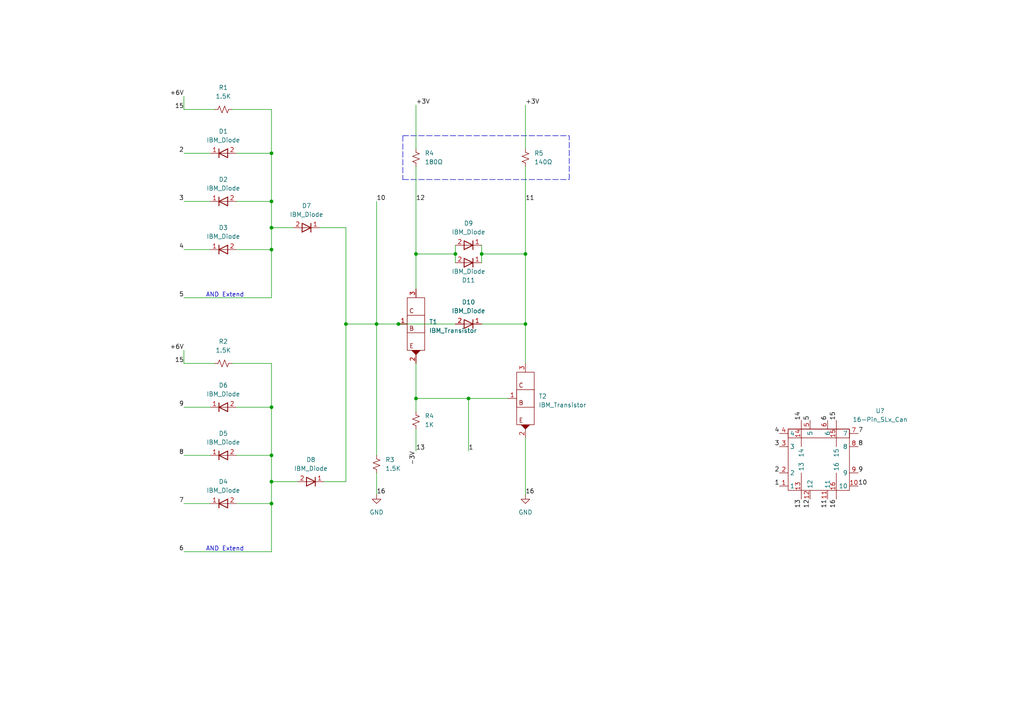
<source format=kicad_sch>
(kicad_sch (version 20211123) (generator eeschema)
  (paper "A4")
  (lib_symbols
    (symbol "Device:R_Small_US" (pin_numbers hide) (pin_names (offset 0.254) hide)
      (property "Reference" "R" (at 0.762 0.508 0))
      (property "Value" "R_Small_US" (at 0.762 -1.016 0))
      (symbol "R_Small_US_1_1"
        (polyline (pts (xy 0 0) (xy 1.016 -0.381) (xy 0 -0.762) (xy -1.016 -1.143) (xy 0 -1.524)))
        (polyline (pts (xy 0 1.524) (xy 1.016 1.143) (xy 0 0.762) (xy -1.016 0.381) (xy 0 0)))
        (pin passive line (at 0 2.54 270) (length 1.016) (name "~") (number "1"))
        (pin passive line (at 0 -2.54 90) (length 1.016) (name "~") (number "2"))
      )
    )
    (symbol "IBM_SLT-SLD:16-Pin_SLx_Can"
      (property "Reference" "U" (at 0 -2.54 0))
      (property "Value" "16-Pin_SLx_Can" (at 0 0 0))
      (symbol "16-Pin_SLx_Can_0_1"
        (rectangle (start -8.89 8.89) (end 8.89 -8.89))
        (rectangle (start -8.89 8.89) (end 8.89 6.35))
      )
      (symbol "16-Pin_SLx_Can_1_1"
        (pin passive line (at -11.43 -7.62 0) (length 2.54) (name "1") (number "1"))
        (pin passive line (at 11.43 -7.62 180) (length 2.54) (name "10") (number "10"))
        (pin passive line (at 2.54 -11.43 90) (length 2.54) (name "11") (number "11"))
        (pin passive line (at -2.54 -11.43 90) (length 2.54) (name "12") (number "12"))
        (pin passive line (at -5.08 -11.43 90) (length 7.62) (name "13") (number "13"))
        (pin passive line (at -5.08 11.43 270) (length 7.62) (name "14") (number "14"))
        (pin passive line (at 5.08 11.43 270) (length 7.62) (name "15") (number "15"))
        (pin passive line (at 5.08 -11.43 90) (length 7.62) (name "16") (number "16"))
        (pin passive line (at -11.43 -3.81 0) (length 2.54) (name "2") (number "2"))
        (pin passive line (at -11.43 3.81 0) (length 2.54) (name "3") (number "3"))
        (pin passive line (at -11.43 7.62 0) (length 2.54) (name "4") (number "4"))
        (pin passive line (at -2.54 11.43 270) (length 2.54) (name "5") (number "5"))
        (pin passive line (at 2.54 11.43 270) (length 2.54) (name "6") (number "6"))
        (pin passive line (at 11.43 7.62 180) (length 2.54) (name "7") (number "7"))
        (pin passive line (at 11.43 3.81 180) (length 2.54) (name "8") (number "8"))
        (pin passive line (at 11.43 -3.81 180) (length 2.54) (name "9") (number "9"))
      )
    )
    (symbol "IBM_SLT-SLD:IBM_Diode"
      (property "Reference" "D" (at 0 5.08 0))
      (property "Value" "IBM_Diode" (at 0 2.54 0))
      (symbol "IBM_Diode_0_1"
        (polyline (pts (xy -1.27 1.27) (xy -1.27 -1.27)) (stroke (width 0.254)))
        (polyline (pts (xy 1.27 0) (xy -1.27 0)))
        (polyline (pts (xy 1.27 1.27) (xy 1.27 -1.27) (xy -1.27 0) (xy 1.27 1.27)) (stroke (width 0.254)))
      )
      (symbol "IBM_Diode_1_1"
        (pin passive line (at -3.81 0 0) (length 2.54) (name "K") (number "1"))
        (pin passive line (at 3.81 0 180) (length 2.54) (name "A") (number "2"))
      )
    )
    (symbol "IBM_SLT-SLD:IBM_Transistor"
      (property "Reference" "T" (at 0 5.08 0))
      (property "Value" "IBM_Transistor" (at 7.62 8.89 0))
      (symbol "IBM_Transistor_0_0"
        (text "B" (at -1.27 -1.27 0) (effects (font (size 1.27 1.27))))
        (text "C" (at -1.27 3.81 0) (effects (font (size 1.27 1.27))))
        (text "E" (at -1.27 -6.35 0) (effects (font (size 1.27 1.27))))
      )
      (symbol "IBM_Transistor_0_1"
        (rectangle (start -2.54 2.54) (end 2.54 -2.54))
        (rectangle (start -2.54 7.62) (end 2.54 -7.62))
        (polyline (pts (xy -1.27 -7.62) (xy 0 -8.89) (xy 1.27 -7.62)) (fill (type outline)))
      )
      (symbol "IBM_Transistor_1_1"
        (pin passive line (at -5.08 0 0) (length 2.54) (name "B") (number "1"))
        (pin passive line (at 0 -11.43 90) (length 2.54) (name "E") (number "2"))
        (pin passive line (at 0 10.16 270) (length 2.54) (name "C") (number "3"))
      )
    )
    (symbol "power:GND" (power) (pin_names (offset 0))
      (property "Value" "GND" (at 0 -3.81 0))
      (symbol "GND_0_1"
        (polyline (pts (xy 0 0) (xy 0 -1.27) (xy 1.27 -1.27) (xy 0 -2.54) (xy -1.27 -1.27) (xy 0 -1.27)))
      )
      (symbol "GND_1_1"
        (pin power_in line (at 0 0 270) (length 0) hide (name "GND") (number "1"))
      )
    )
  )
  (junction (at 78.74 132.08))
  (junction (at 139.7 73.66))
  (junction (at 78.74 72.39))
  (junction (at 100.33 93.98))
  (junction (at 78.74 58.42))
  (junction (at 78.74 118.11))
  (junction (at 135.89 115.57))
  (junction (at 109.22 93.98))
  (junction (at 120.65 73.66))
  (junction (at 152.4 93.98))
  (junction (at 132.08 73.66))
  (junction (at 78.74 139.7))
  (junction (at 78.74 44.45))
  (junction (at 152.4 73.66))
  (junction (at 120.65 115.57))
  (junction (at 78.74 66.04))
  (junction (at 115.57 93.98))
  (junction (at 78.74 146.05))
  (wire (pts (xy 120.65 73.66) (xy 120.65 83.82)))
  (wire (pts (xy 78.74 58.42) (xy 78.74 66.04)))
  (wire (pts (xy 78.74 31.75) (xy 78.74 44.45)))
  (wire (pts (xy 78.74 146.05) (xy 78.74 160.02)))
  (wire (pts (xy 53.34 58.42) (xy 60.96 58.42)))
  (wire (pts (xy 78.74 44.45) (xy 78.74 58.42)))
  (wire (pts (xy 78.74 132.08) (xy 68.58 132.08)))
  (wire (pts (xy 78.74 132.08) (xy 78.74 139.7)))
  (polyline (pts (xy 116.84 52.07) (xy 165.1 52.07)))
  (wire (pts (xy 78.74 66.04) (xy 78.74 72.39)))
  (wire (pts (xy 152.4 30.48) (xy 152.4 43.18)))
  (wire (pts (xy 132.08 71.12) (xy 132.08 73.66)))
  (wire (pts (xy 139.7 73.66) (xy 139.7 76.2)))
  (wire (pts (xy 120.65 115.57) (xy 120.65 119.38)))
  (wire (pts (xy 120.65 48.26) (xy 120.65 73.66)))
  (wire (pts (xy 53.34 101.6) (xy 53.34 105.41)))
  (wire (pts (xy 120.65 124.46) (xy 120.65 130.81)))
  (wire (pts (xy 152.4 73.66) (xy 139.7 73.66)))
  (wire (pts (xy 53.34 27.94) (xy 53.34 31.75)))
  (wire (pts (xy 53.34 105.41) (xy 62.23 105.41)))
  (wire (pts (xy 78.74 44.45) (xy 68.58 44.45)))
  (wire (pts (xy 78.74 105.41) (xy 78.74 118.11)))
  (wire (pts (xy 152.4 93.98) (xy 152.4 105.41)))
  (wire (pts (xy 53.34 31.75) (xy 62.23 31.75)))
  (wire (pts (xy 78.74 139.7) (xy 78.74 146.05)))
  (polyline (pts (xy 165.1 52.07) (xy 165.1 39.37)))
  (wire (pts (xy 78.74 139.7) (xy 86.36 139.7)))
  (polyline (pts (xy 116.84 39.37) (xy 116.84 52.07)))
  (wire (pts (xy 78.74 66.04) (xy 85.09 66.04)))
  (wire (pts (xy 109.22 137.16) (xy 109.22 143.51)))
  (wire (pts (xy 53.34 160.02) (xy 78.74 160.02)))
  (wire (pts (xy 53.34 72.39) (xy 60.96 72.39)))
  (wire (pts (xy 115.57 93.98) (xy 132.08 93.98)))
  (wire (pts (xy 152.4 73.66) (xy 152.4 93.98)))
  (wire (pts (xy 100.33 139.7) (xy 100.33 93.98)))
  (wire (pts (xy 53.34 132.08) (xy 60.96 132.08)))
  (wire (pts (xy 78.74 58.42) (xy 68.58 58.42)))
  (wire (pts (xy 132.08 73.66) (xy 120.65 73.66)))
  (wire (pts (xy 67.31 31.75) (xy 78.74 31.75)))
  (wire (pts (xy 53.34 44.45) (xy 60.96 44.45)))
  (wire (pts (xy 53.34 86.36) (xy 78.74 86.36)))
  (wire (pts (xy 93.98 139.7) (xy 100.33 139.7)))
  (wire (pts (xy 152.4 48.26) (xy 152.4 73.66)))
  (wire (pts (xy 109.22 93.98) (xy 115.57 93.98)))
  (wire (pts (xy 152.4 127) (xy 152.4 143.51)))
  (wire (pts (xy 78.74 118.11) (xy 78.74 132.08)))
  (wire (pts (xy 139.7 93.98) (xy 152.4 93.98)))
  (wire (pts (xy 109.22 93.98) (xy 109.22 132.08)))
  (wire (pts (xy 100.33 66.04) (xy 92.71 66.04)))
  (polyline (pts (xy 116.84 39.37) (xy 165.1 39.37)))
  (wire (pts (xy 139.7 71.12) (xy 139.7 73.66)))
  (wire (pts (xy 68.58 146.05) (xy 78.74 146.05)))
  (wire (pts (xy 135.89 130.81) (xy 135.89 115.57)))
  (wire (pts (xy 53.34 118.11) (xy 60.96 118.11)))
  (wire (pts (xy 120.65 105.41) (xy 120.65 115.57)))
  (wire (pts (xy 135.89 115.57) (xy 147.32 115.57)))
  (wire (pts (xy 53.34 146.05) (xy 60.96 146.05)))
  (wire (pts (xy 67.31 105.41) (xy 78.74 105.41)))
  (wire (pts (xy 100.33 93.98) (xy 109.22 93.98)))
  (wire (pts (xy 135.89 115.57) (xy 120.65 115.57)))
  (wire (pts (xy 120.65 30.48) (xy 120.65 43.18)))
  (wire (pts (xy 100.33 66.04) (xy 100.33 93.98)))
  (wire (pts (xy 109.22 58.42) (xy 109.22 93.98)))
  (wire (pts (xy 68.58 72.39) (xy 78.74 72.39)))
  (wire (pts (xy 132.08 73.66) (xy 132.08 76.2)))
  (wire (pts (xy 78.74 118.11) (xy 68.58 118.11)))
  (wire (pts (xy 78.74 72.39) (xy 78.74 86.36)))
  (text "AND Extend" (at 59.69 160.02 0) (effects (font (size 1.27 1.27)) (justify left bottom)))
  (text "AND Extend" (at 59.69 86.36 0) (effects (font (size 1.27 1.27)) (justify left bottom)))
  (label "8" (at 53.34 132.08 180))
  (label "16" (at 242.57 144.78 270))
  (label "9" (at 248.92 137.16 0))
  (label "7" (at 248.92 125.73 0))
  (label "14" (at 232.41 121.92 90))
  (label "15" (at 53.34 105.41 180))
  (label "5" (at 53.34 86.36 180))
  (label "+6V" (at 53.34 27.94 180))
  (label "15" (at 242.57 121.92 90))
  (label "10" (at 109.22 58.42 0))
  (label "15" (at 53.34 31.75 180))
  (label "5" (at 234.95 121.92 90))
  (label "11" (at 240.03 144.78 270))
  (label "+3V" (at 120.65 30.48 0))
  (label "12" (at 120.65 58.42 0))
  (label "16" (at 152.4 143.51 0))
  (label "2" (at 53.34 44.45 180))
  (label "6" (at 53.34 160.02 180))
  (label "4" (at 226.06 125.73 180))
  (label "10" (at 248.92 140.97 0))
  (label "11" (at 152.4 58.42 0))
  (label "3" (at 226.06 129.54 180))
  (label "13" (at 232.41 144.78 270))
  (label "8" (at 248.92 129.54 0))
  (label "16" (at 109.22 143.51 0))
  (label "1" (at 226.06 140.97 180))
  (label "+6V" (at 53.34 101.6 180))
  (label "1" (at 135.89 130.81 0))
  (label "12" (at 234.95 144.78 270))
  (label "4" (at 53.34 72.39 180))
  (label "3" (at 53.34 58.42 180))
  (label "2" (at 226.06 137.16 180))
  (label "+3V" (at 152.4 30.48 0))
  (label "9" (at 53.34 118.11 180))
  (label "6" (at 240.03 121.92 90))
  (label "13" (at 120.65 130.81 0))
  (label "-3V" (at 120.65 130.81 270))
  (label "7" (at 53.34 146.05 180))
  (symbol (lib_id "IBM_SLT-SLD:IBM_Diode") (at 135.89 76.2 180) (unit 1)
    (property "Reference" "D11" (at 135.89 81.28 0))
    (property "Value" "IBM_Diode" (at 135.89 78.74 0))
    (property "Footprint" "Diode_SMD:D_0201_0603Metric" (effects hide))
  )
  (symbol (lib_id "power:GND") (at 152.4 143.51 0) (unit 1)
    (property "Reference" "#PWR0102" (effects hide))
    (property "Value" "GND" (at 152.4 148.59 0))
  )
  (symbol (lib_id "IBM_SLT-SLD:IBM_Diode") (at 64.77 146.05 0) (unit 1)
    (property "Reference" "D4" (at 64.77 139.7 0))
    (property "Value" "IBM_Diode" (at 64.77 142.24 0))
    (property "Footprint" "Diode_SMD:D_0201_0603Metric" (effects hide))
  )
  (symbol (lib_id "Device:R_Small_US") (at 64.77 31.75 90) (unit 1)
    (property "Reference" "R1" (at 64.77 25.4 90))
    (property "Value" "1.5K" (at 64.77 27.94 90))
    (property "Footprint" "Resistor_SMD:R_0201_0603Metric" (effects hide))
  )
  (symbol (lib_id "IBM_SLT-SLD:IBM_Transistor") (at 152.4 115.57 0) (unit 1)
    (property "Reference" "T2" (at 156.21 114.9349 0) (effects (justify left)))
    (property "Value" "IBM_Transistor" (at 156.21 117.4749 0) (effects (justify left)))
  )
  (symbol (lib_id "IBM_SLT-SLD:IBM_Diode") (at 64.77 132.08 0) (unit 1)
    (property "Reference" "D5" (at 64.77 125.73 0))
    (property "Value" "IBM_Diode" (at 64.77 128.27 0))
    (property "Footprint" "Diode_SMD:D_0201_0603Metric" (effects hide))
  )
  (symbol (lib_id "IBM_SLT-SLD:IBM_Diode") (at 88.9 66.04 180) (unit 1)
    (property "Reference" "D7" (at 88.9 59.69 0))
    (property "Value" "IBM_Diode" (at 88.9 62.23 0))
    (property "Footprint" "Diode_SMD:D_0201_0603Metric" (effects hide))
  )
  (symbol (lib_id "IBM_SLT-SLD:IBM_Diode") (at 90.17 139.7 180) (unit 1)
    (property "Reference" "D8" (at 90.17 133.35 0))
    (property "Value" "IBM_Diode" (at 90.17 135.89 0))
    (property "Footprint" "Diode_SMD:D_0201_0603Metric" (effects hide))
  )
  (symbol (lib_id "power:GND") (at 109.22 143.51 0) (unit 1)
    (property "Reference" "#PWR?" (effects hide))
    (property "Value" "GND" (at 109.22 148.59 0))
  )
  (symbol (lib_id "Device:R_Small_US") (at 64.77 105.41 90) (unit 1)
    (property "Reference" "R2" (at 64.77 99.06 90))
    (property "Value" "1.5K" (at 64.77 101.6 90))
    (property "Footprint" "Resistor_SMD:R_0201_0603Metric" (effects hide))
  )
  (symbol (lib_id "IBM_SLT-SLD:IBM_Diode") (at 64.77 44.45 0) (unit 1)
    (property "Reference" "D1" (at 64.77 38.1 0))
    (property "Value" "IBM_Diode" (at 64.77 40.64 0))
    (property "Footprint" "Diode_SMD:D_0201_0603Metric" (effects hide))
  )
  (symbol (lib_id "Device:R_Small_US") (at 152.4 45.72 0) (unit 1)
    (property "Reference" "R5" (at 154.94 44.4499 0) (effects (justify left)))
    (property "Value" "140Ω" (at 154.94 46.9899 0) (effects (justify left)))
  )
  (symbol (lib_id "IBM_SLT-SLD:IBM_Diode") (at 64.77 118.11 0) (unit 1)
    (property "Reference" "D6" (at 64.77 111.76 0))
    (property "Value" "IBM_Diode" (at 64.77 114.3 0))
    (property "Footprint" "Diode_SMD:D_0201_0603Metric" (effects hide))
  )
  (symbol (lib_id "IBM_SLT-SLD:16-Pin_SLx_Can") (at 237.49 133.35 0) (unit 1)
    (property "Reference" "U?" (at 255.27 119.1512 0))
    (property "Value" "16-Pin_SLx_Can" (at 255.27 121.6912 0))
  )
  (symbol (lib_id "IBM_SLT-SLD:IBM_Transistor") (at 120.65 93.98 0) (unit 1)
    (property "Reference" "T1" (at 124.46 93.3449 0) (effects (justify left)))
    (property "Value" "IBM_Transistor" (at 124.46 95.8849 0) (effects (justify left)))
  )
  (symbol (lib_id "IBM_SLT-SLD:IBM_Diode") (at 64.77 58.42 0) (unit 1)
    (property "Reference" "D2" (at 64.77 52.07 0))
    (property "Value" "IBM_Diode" (at 64.77 54.61 0))
    (property "Footprint" "Diode_SMD:D_0201_0603Metric" (effects hide))
  )
  (symbol (lib_id "Device:R_Small_US") (at 109.22 134.62 180) (unit 1)
    (property "Reference" "R3" (at 111.76 133.3499 0) (effects (justify right)))
    (property "Value" "1.5K" (at 111.76 135.8899 0) (effects (justify right)))
    (property "Footprint" "Resistor_SMD:R_0201_0603Metric" (effects hide))
  )
  (symbol (lib_id "IBM_SLT-SLD:IBM_Diode") (at 135.89 71.12 180) (unit 1)
    (property "Reference" "D9" (at 135.89 64.77 0))
    (property "Value" "IBM_Diode" (at 135.89 67.31 0))
    (property "Footprint" "Diode_SMD:D_0201_0603Metric" (effects hide))
  )
  (symbol (lib_id "IBM_SLT-SLD:IBM_Diode") (at 64.77 72.39 0) (unit 1)
    (property "Reference" "D3" (at 64.77 66.04 0))
    (property "Value" "IBM_Diode" (at 64.77 68.58 0))
    (property "Footprint" "Diode_SMD:D_0201_0603Metric" (effects hide))
  )
  (symbol (lib_id "Device:R_Small_US") (at 120.65 45.72 0) (unit 1)
    (property "Reference" "R4" (at 123.19 44.4499 0) (effects (justify left)))
    (property "Value" "180Ω" (at 123.19 46.9899 0) (effects (justify left)))
  )
  (symbol (lib_id "Device:R_Small_US") (at 120.65 121.92 0) (unit 1)
    (property "Reference" "R4" (at 123.19 120.6499 0) (effects (justify left)))
    (property "Value" "1K" (at 123.19 123.1899 0) (effects (justify left)))
    (property "Footprint" "Resistor_SMD:R_0201_0603Metric" (effects hide))
  )
  (symbol (lib_id "IBM_SLT-SLD:IBM_Diode") (at 135.89 93.98 180) (unit 1)
    (property "Reference" "D10" (at 135.89 87.63 0))
    (property "Value" "IBM_Diode" (at 135.89 90.17 0))
    (property "Footprint" "Diode_SMD:D_0201_0603Metric" (effects hide))
  )
)
</source>
